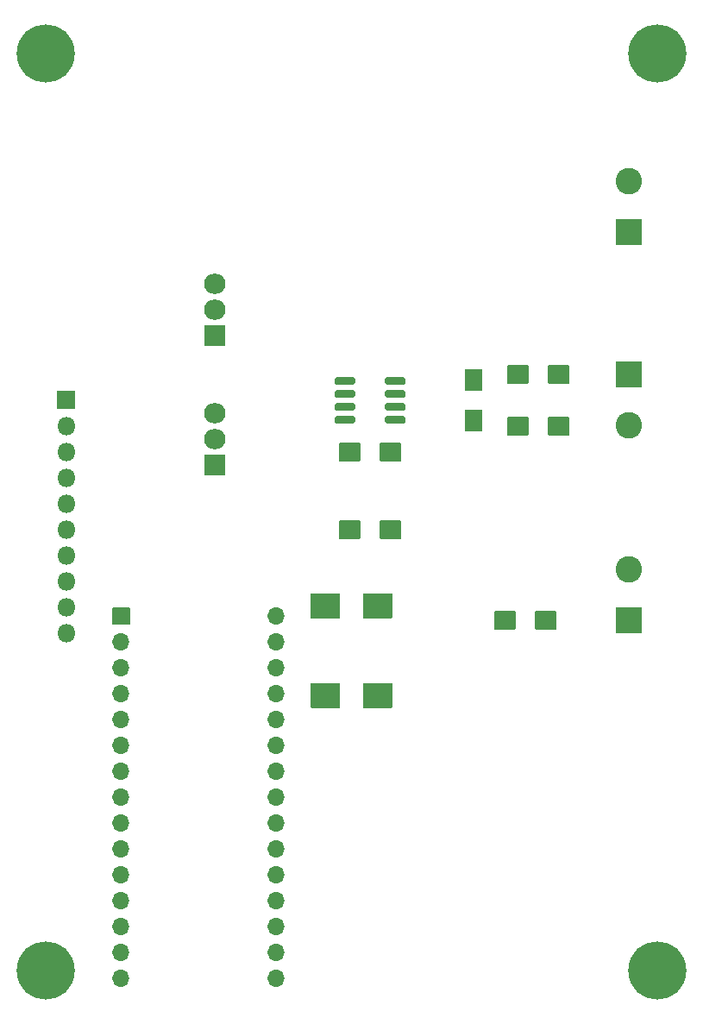
<source format=gbr>
%TF.GenerationSoftware,KiCad,Pcbnew,5.1.10*%
%TF.CreationDate,2021-10-26T18:06:13-04:00*%
%TF.ProjectId,BREAD_Slice,42524541-445f-4536-9c69-63652e6b6963,rev?*%
%TF.SameCoordinates,Original*%
%TF.FileFunction,Soldermask,Bot*%
%TF.FilePolarity,Negative*%
%FSLAX46Y46*%
G04 Gerber Fmt 4.6, Leading zero omitted, Abs format (unit mm)*
G04 Created by KiCad (PCBNEW 5.1.10) date 2021-10-26 18:06:13*
%MOMM*%
%LPD*%
G01*
G04 APERTURE LIST*
%ADD10O,2.100000X2.005000*%
%ADD11C,2.600000*%
%ADD12C,5.700000*%
%ADD13O,1.700000X1.700000*%
%ADD14O,1.800000X1.800000*%
G04 APERTURE END LIST*
D10*
%TO.C,Q2*%
X144190000Y-67410000D03*
X144190000Y-69950000D03*
G36*
G01*
X145190000Y-73492500D02*
X143190000Y-73492500D01*
G75*
G02*
X143140000Y-73442500I0J50000D01*
G01*
X143140000Y-71537500D01*
G75*
G02*
X143190000Y-71487500I50000J0D01*
G01*
X145190000Y-71487500D01*
G75*
G02*
X145240000Y-71537500I0J-50000D01*
G01*
X145240000Y-73442500D01*
G75*
G02*
X145190000Y-73492500I-50000J0D01*
G01*
G37*
%TD*%
%TO.C,U1*%
G36*
G01*
X157980000Y-76760000D02*
X157980000Y-77110000D01*
G75*
G02*
X157805000Y-77285000I-175000J0D01*
G01*
X156105000Y-77285000D01*
G75*
G02*
X155930000Y-77110000I0J175000D01*
G01*
X155930000Y-76760000D01*
G75*
G02*
X156105000Y-76585000I175000J0D01*
G01*
X157805000Y-76585000D01*
G75*
G02*
X157980000Y-76760000I0J-175000D01*
G01*
G37*
G36*
G01*
X157980000Y-78030000D02*
X157980000Y-78380000D01*
G75*
G02*
X157805000Y-78555000I-175000J0D01*
G01*
X156105000Y-78555000D01*
G75*
G02*
X155930000Y-78380000I0J175000D01*
G01*
X155930000Y-78030000D01*
G75*
G02*
X156105000Y-77855000I175000J0D01*
G01*
X157805000Y-77855000D01*
G75*
G02*
X157980000Y-78030000I0J-175000D01*
G01*
G37*
G36*
G01*
X157980000Y-79300000D02*
X157980000Y-79650000D01*
G75*
G02*
X157805000Y-79825000I-175000J0D01*
G01*
X156105000Y-79825000D01*
G75*
G02*
X155930000Y-79650000I0J175000D01*
G01*
X155930000Y-79300000D01*
G75*
G02*
X156105000Y-79125000I175000J0D01*
G01*
X157805000Y-79125000D01*
G75*
G02*
X157980000Y-79300000I0J-175000D01*
G01*
G37*
G36*
G01*
X157980000Y-80570000D02*
X157980000Y-80920000D01*
G75*
G02*
X157805000Y-81095000I-175000J0D01*
G01*
X156105000Y-81095000D01*
G75*
G02*
X155930000Y-80920000I0J175000D01*
G01*
X155930000Y-80570000D01*
G75*
G02*
X156105000Y-80395000I175000J0D01*
G01*
X157805000Y-80395000D01*
G75*
G02*
X157980000Y-80570000I0J-175000D01*
G01*
G37*
G36*
G01*
X162930000Y-80570000D02*
X162930000Y-80920000D01*
G75*
G02*
X162755000Y-81095000I-175000J0D01*
G01*
X161055000Y-81095000D01*
G75*
G02*
X160880000Y-80920000I0J175000D01*
G01*
X160880000Y-80570000D01*
G75*
G02*
X161055000Y-80395000I175000J0D01*
G01*
X162755000Y-80395000D01*
G75*
G02*
X162930000Y-80570000I0J-175000D01*
G01*
G37*
G36*
G01*
X162930000Y-79300000D02*
X162930000Y-79650000D01*
G75*
G02*
X162755000Y-79825000I-175000J0D01*
G01*
X161055000Y-79825000D01*
G75*
G02*
X160880000Y-79650000I0J175000D01*
G01*
X160880000Y-79300000D01*
G75*
G02*
X161055000Y-79125000I175000J0D01*
G01*
X162755000Y-79125000D01*
G75*
G02*
X162930000Y-79300000I0J-175000D01*
G01*
G37*
G36*
G01*
X162930000Y-78030000D02*
X162930000Y-78380000D01*
G75*
G02*
X162755000Y-78555000I-175000J0D01*
G01*
X161055000Y-78555000D01*
G75*
G02*
X160880000Y-78380000I0J175000D01*
G01*
X160880000Y-78030000D01*
G75*
G02*
X161055000Y-77855000I175000J0D01*
G01*
X162755000Y-77855000D01*
G75*
G02*
X162930000Y-78030000I0J-175000D01*
G01*
G37*
G36*
G01*
X162930000Y-76760000D02*
X162930000Y-77110000D01*
G75*
G02*
X162755000Y-77285000I-175000J0D01*
G01*
X161055000Y-77285000D01*
G75*
G02*
X160880000Y-77110000I0J175000D01*
G01*
X160880000Y-76760000D01*
G75*
G02*
X161055000Y-76585000I175000J0D01*
G01*
X162755000Y-76585000D01*
G75*
G02*
X162930000Y-76760000I0J-175000D01*
G01*
G37*
%TD*%
%TO.C,R3*%
G36*
G01*
X158480000Y-83070000D02*
X158480000Y-84770000D01*
G75*
G02*
X158430000Y-84820000I-50000J0D01*
G01*
X156430000Y-84820000D01*
G75*
G02*
X156380000Y-84770000I0J50000D01*
G01*
X156380000Y-83070000D01*
G75*
G02*
X156430000Y-83020000I50000J0D01*
G01*
X158430000Y-83020000D01*
G75*
G02*
X158480000Y-83070000I0J-50000D01*
G01*
G37*
G36*
G01*
X162480000Y-83070000D02*
X162480000Y-84770000D01*
G75*
G02*
X162430000Y-84820000I-50000J0D01*
G01*
X160430000Y-84820000D01*
G75*
G02*
X160380000Y-84770000I0J50000D01*
G01*
X160380000Y-83070000D01*
G75*
G02*
X160430000Y-83020000I50000J0D01*
G01*
X162430000Y-83020000D01*
G75*
G02*
X162480000Y-83070000I0J-50000D01*
G01*
G37*
%TD*%
%TO.C,R2*%
G36*
G01*
X160380000Y-92390000D02*
X160380000Y-90690000D01*
G75*
G02*
X160430000Y-90640000I50000J0D01*
G01*
X162430000Y-90640000D01*
G75*
G02*
X162480000Y-90690000I0J-50000D01*
G01*
X162480000Y-92390000D01*
G75*
G02*
X162430000Y-92440000I-50000J0D01*
G01*
X160430000Y-92440000D01*
G75*
G02*
X160380000Y-92390000I0J50000D01*
G01*
G37*
G36*
G01*
X156380000Y-92390000D02*
X156380000Y-90690000D01*
G75*
G02*
X156430000Y-90640000I50000J0D01*
G01*
X158430000Y-90640000D01*
G75*
G02*
X158480000Y-90690000I0J-50000D01*
G01*
X158480000Y-92390000D01*
G75*
G02*
X158430000Y-92440000I-50000J0D01*
G01*
X156430000Y-92440000D01*
G75*
G02*
X156380000Y-92390000I0J50000D01*
G01*
G37*
%TD*%
%TO.C,R1*%
G36*
G01*
X175620000Y-101280000D02*
X175620000Y-99580000D01*
G75*
G02*
X175670000Y-99530000I50000J0D01*
G01*
X177670000Y-99530000D01*
G75*
G02*
X177720000Y-99580000I0J-50000D01*
G01*
X177720000Y-101280000D01*
G75*
G02*
X177670000Y-101330000I-50000J0D01*
G01*
X175670000Y-101330000D01*
G75*
G02*
X175620000Y-101280000I0J50000D01*
G01*
G37*
G36*
G01*
X171620000Y-101280000D02*
X171620000Y-99580000D01*
G75*
G02*
X171670000Y-99530000I50000J0D01*
G01*
X173670000Y-99530000D01*
G75*
G02*
X173720000Y-99580000I0J-50000D01*
G01*
X173720000Y-101280000D01*
G75*
G02*
X173670000Y-101330000I-50000J0D01*
G01*
X171670000Y-101330000D01*
G75*
G02*
X171620000Y-101280000I0J50000D01*
G01*
G37*
%TD*%
%TO.C,Q1*%
X144190000Y-80110000D03*
X144190000Y-82650000D03*
G36*
G01*
X145190000Y-86192500D02*
X143190000Y-86192500D01*
G75*
G02*
X143140000Y-86142500I0J50000D01*
G01*
X143140000Y-84237500D01*
G75*
G02*
X143190000Y-84187500I50000J0D01*
G01*
X145190000Y-84187500D01*
G75*
G02*
X145240000Y-84237500I0J-50000D01*
G01*
X145240000Y-86142500D01*
G75*
G02*
X145190000Y-86192500I-50000J0D01*
G01*
G37*
%TD*%
D11*
%TO.C,J4*%
X184830000Y-95430000D03*
G36*
G01*
X186080000Y-101730000D02*
X183580000Y-101730000D01*
G75*
G02*
X183530000Y-101680000I0J50000D01*
G01*
X183530000Y-99180000D01*
G75*
G02*
X183580000Y-99130000I50000J0D01*
G01*
X186080000Y-99130000D01*
G75*
G02*
X186130000Y-99180000I0J-50000D01*
G01*
X186130000Y-101680000D01*
G75*
G02*
X186080000Y-101730000I-50000J0D01*
G01*
G37*
%TD*%
%TO.C,J3*%
X184830000Y-57330000D03*
G36*
G01*
X186080000Y-63630000D02*
X183580000Y-63630000D01*
G75*
G02*
X183530000Y-63580000I0J50000D01*
G01*
X183530000Y-61080000D01*
G75*
G02*
X183580000Y-61030000I50000J0D01*
G01*
X186080000Y-61030000D01*
G75*
G02*
X186130000Y-61080000I0J-50000D01*
G01*
X186130000Y-63580000D01*
G75*
G02*
X186080000Y-63630000I-50000J0D01*
G01*
G37*
%TD*%
%TO.C,J2*%
X184830000Y-81300000D03*
G36*
G01*
X183580000Y-75000000D02*
X186080000Y-75000000D01*
G75*
G02*
X186130000Y-75050000I0J-50000D01*
G01*
X186130000Y-77550000D01*
G75*
G02*
X186080000Y-77600000I-50000J0D01*
G01*
X183580000Y-77600000D01*
G75*
G02*
X183530000Y-77550000I0J50000D01*
G01*
X183530000Y-75050000D01*
G75*
G02*
X183580000Y-75000000I50000J0D01*
G01*
G37*
%TD*%
%TO.C,FB2*%
G36*
G01*
X176890000Y-77150000D02*
X176890000Y-75450000D01*
G75*
G02*
X176940000Y-75400000I50000J0D01*
G01*
X178940000Y-75400000D01*
G75*
G02*
X178990000Y-75450000I0J-50000D01*
G01*
X178990000Y-77150000D01*
G75*
G02*
X178940000Y-77200000I-50000J0D01*
G01*
X176940000Y-77200000D01*
G75*
G02*
X176890000Y-77150000I0J50000D01*
G01*
G37*
G36*
G01*
X172890000Y-77150000D02*
X172890000Y-75450000D01*
G75*
G02*
X172940000Y-75400000I50000J0D01*
G01*
X174940000Y-75400000D01*
G75*
G02*
X174990000Y-75450000I0J-50000D01*
G01*
X174990000Y-77150000D01*
G75*
G02*
X174940000Y-77200000I-50000J0D01*
G01*
X172940000Y-77200000D01*
G75*
G02*
X172890000Y-77150000I0J50000D01*
G01*
G37*
%TD*%
%TO.C,FB1*%
G36*
G01*
X176890000Y-82230000D02*
X176890000Y-80530000D01*
G75*
G02*
X176940000Y-80480000I50000J0D01*
G01*
X178940000Y-80480000D01*
G75*
G02*
X178990000Y-80530000I0J-50000D01*
G01*
X178990000Y-82230000D01*
G75*
G02*
X178940000Y-82280000I-50000J0D01*
G01*
X176940000Y-82280000D01*
G75*
G02*
X176890000Y-82230000I0J50000D01*
G01*
G37*
G36*
G01*
X172890000Y-82230000D02*
X172890000Y-80530000D01*
G75*
G02*
X172940000Y-80480000I50000J0D01*
G01*
X174940000Y-80480000D01*
G75*
G02*
X174990000Y-80530000I0J-50000D01*
G01*
X174990000Y-82230000D01*
G75*
G02*
X174940000Y-82280000I-50000J0D01*
G01*
X172940000Y-82280000D01*
G75*
G02*
X172890000Y-82230000I0J50000D01*
G01*
G37*
%TD*%
%TO.C,C3*%
G36*
G01*
X170390000Y-77890000D02*
X168790000Y-77890000D01*
G75*
G02*
X168740000Y-77840000I0J50000D01*
G01*
X168740000Y-75840000D01*
G75*
G02*
X168790000Y-75790000I50000J0D01*
G01*
X170390000Y-75790000D01*
G75*
G02*
X170440000Y-75840000I0J-50000D01*
G01*
X170440000Y-77840000D01*
G75*
G02*
X170390000Y-77890000I-50000J0D01*
G01*
G37*
G36*
G01*
X170390000Y-81890000D02*
X168790000Y-81890000D01*
G75*
G02*
X168740000Y-81840000I0J50000D01*
G01*
X168740000Y-79840000D01*
G75*
G02*
X168790000Y-79790000I50000J0D01*
G01*
X170390000Y-79790000D01*
G75*
G02*
X170440000Y-79840000I0J-50000D01*
G01*
X170440000Y-81840000D01*
G75*
G02*
X170390000Y-81890000I-50000J0D01*
G01*
G37*
%TD*%
D12*
%TO.C,H4*%
X187600000Y-134800000D03*
%TD*%
%TO.C,H3*%
X127600000Y-134800000D03*
%TD*%
%TO.C,H2*%
X187600000Y-44800000D03*
%TD*%
%TO.C,H1*%
X127600000Y-44800000D03*
%TD*%
%TO.C,C1*%
G36*
G01*
X158735000Y-100175001D02*
X158735000Y-97824999D01*
G75*
G02*
X158784999Y-97775000I49999J0D01*
G01*
X161555001Y-97775000D01*
G75*
G02*
X161605000Y-97824999I0J-49999D01*
G01*
X161605000Y-100175001D01*
G75*
G02*
X161555001Y-100225000I-49999J0D01*
G01*
X158784999Y-100225000D01*
G75*
G02*
X158735000Y-100175001I0J49999D01*
G01*
G37*
G36*
G01*
X153595000Y-100175001D02*
X153595000Y-97824999D01*
G75*
G02*
X153644999Y-97775000I49999J0D01*
G01*
X156415001Y-97775000D01*
G75*
G02*
X156465000Y-97824999I0J-49999D01*
G01*
X156465000Y-100175001D01*
G75*
G02*
X156415001Y-100225000I-49999J0D01*
G01*
X153644999Y-100225000D01*
G75*
G02*
X153595000Y-100175001I0J49999D01*
G01*
G37*
%TD*%
%TO.C,A1*%
G36*
G01*
X134150000Y-100800000D02*
X134150000Y-99200000D01*
G75*
G02*
X134200000Y-99150000I50000J0D01*
G01*
X135800000Y-99150000D01*
G75*
G02*
X135850000Y-99200000I0J-50000D01*
G01*
X135850000Y-100800000D01*
G75*
G02*
X135800000Y-100850000I-50000J0D01*
G01*
X134200000Y-100850000D01*
G75*
G02*
X134150000Y-100800000I0J50000D01*
G01*
G37*
D13*
X150240000Y-133020000D03*
X135000000Y-102540000D03*
X150240000Y-130480000D03*
X135000000Y-105080000D03*
X150240000Y-127940000D03*
X135000000Y-107620000D03*
X150240000Y-125400000D03*
X135000000Y-110160000D03*
X150240000Y-122860000D03*
X135000000Y-112700000D03*
X150240000Y-120320000D03*
X135000000Y-115240000D03*
X150240000Y-117780000D03*
X135000000Y-117780000D03*
X150240000Y-115240000D03*
X135000000Y-120320000D03*
X150240000Y-112700000D03*
X135000000Y-122860000D03*
X150240000Y-110160000D03*
X135000000Y-125400000D03*
X150240000Y-107620000D03*
X135000000Y-127940000D03*
X150240000Y-105080000D03*
X135000000Y-130480000D03*
X150240000Y-102540000D03*
X135000000Y-133020000D03*
X150240000Y-100000000D03*
X135000000Y-135560000D03*
X150240000Y-135560000D03*
%TD*%
%TO.C,C2*%
G36*
G01*
X153595000Y-108975001D02*
X153595000Y-106624999D01*
G75*
G02*
X153644999Y-106575000I49999J0D01*
G01*
X156415001Y-106575000D01*
G75*
G02*
X156465000Y-106624999I0J-49999D01*
G01*
X156465000Y-108975001D01*
G75*
G02*
X156415001Y-109025000I-49999J0D01*
G01*
X153644999Y-109025000D01*
G75*
G02*
X153595000Y-108975001I0J49999D01*
G01*
G37*
G36*
G01*
X158735000Y-108975001D02*
X158735000Y-106624999D01*
G75*
G02*
X158784999Y-106575000I49999J0D01*
G01*
X161555001Y-106575000D01*
G75*
G02*
X161605000Y-106624999I0J-49999D01*
G01*
X161605000Y-108975001D01*
G75*
G02*
X161555001Y-109025000I-49999J0D01*
G01*
X158784999Y-109025000D01*
G75*
G02*
X158735000Y-108975001I0J49999D01*
G01*
G37*
%TD*%
%TO.C,J1*%
G36*
G01*
X128700000Y-79650000D02*
X128700000Y-77950000D01*
G75*
G02*
X128750000Y-77900000I50000J0D01*
G01*
X130450000Y-77900000D01*
G75*
G02*
X130500000Y-77950000I0J-50000D01*
G01*
X130500000Y-79650000D01*
G75*
G02*
X130450000Y-79700000I-50000J0D01*
G01*
X128750000Y-79700000D01*
G75*
G02*
X128700000Y-79650000I0J50000D01*
G01*
G37*
D14*
X129600000Y-81340000D03*
X129600000Y-83880000D03*
X129600000Y-86420000D03*
X129600000Y-88960000D03*
X129600000Y-91500000D03*
X129600000Y-94040000D03*
X129600000Y-96580000D03*
X129600000Y-99120000D03*
X129600000Y-101660000D03*
%TD*%
M02*

</source>
